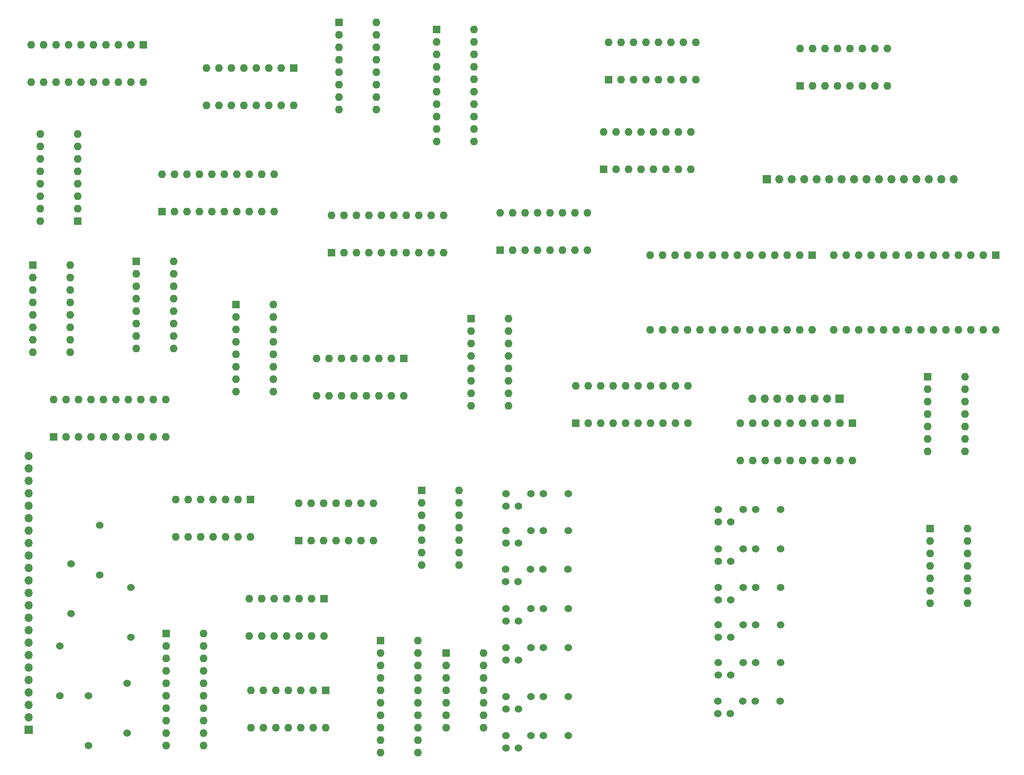
<source format=gbr>
%TF.GenerationSoftware,KiCad,Pcbnew,8.0.2-1*%
%TF.CreationDate,2024-08-04T09:43:41-04:00*%
%TF.ProjectId,stack_controller,73746163-6b5f-4636-9f6e-74726f6c6c65,rev?*%
%TF.SameCoordinates,Original*%
%TF.FileFunction,Soldermask,Top*%
%TF.FilePolarity,Negative*%
%FSLAX46Y46*%
G04 Gerber Fmt 4.6, Leading zero omitted, Abs format (unit mm)*
G04 Created by KiCad (PCBNEW 8.0.2-1) date 2024-08-04 09:43:41*
%MOMM*%
%LPD*%
G01*
G04 APERTURE LIST*
%ADD10C,1.524000*%
%ADD11R,1.600000X1.600000*%
%ADD12O,1.600000X1.600000*%
%ADD13R,1.700000X1.700000*%
%ADD14O,1.700000X1.700000*%
G04 APERTURE END LIST*
D10*
%TO.C,U40*%
X179376000Y-128268000D03*
X184456000Y-128268000D03*
X179376000Y-130808000D03*
X181916000Y-130808000D03*
X186996000Y-128268000D03*
X192076000Y-128268000D03*
%TD*%
%TO.C,U44*%
X179296000Y-159398000D03*
X184376000Y-159398000D03*
X179296000Y-161938000D03*
X181836000Y-161938000D03*
X186916000Y-159398000D03*
X191996000Y-159398000D03*
%TD*%
D11*
%TO.C,U15*%
X81052000Y-78415000D03*
D12*
X81052000Y-80955000D03*
X81052000Y-83495000D03*
X81052000Y-86035000D03*
X81052000Y-88575000D03*
X81052000Y-91115000D03*
X81052000Y-93655000D03*
X81052000Y-96195000D03*
X88672000Y-96195000D03*
X88672000Y-93655000D03*
X88672000Y-91115000D03*
X88672000Y-88575000D03*
X88672000Y-86035000D03*
X88672000Y-83495000D03*
X88672000Y-80955000D03*
X88672000Y-78415000D03*
%TD*%
D11*
%TO.C,U8*%
X62230000Y-25400000D03*
D12*
X59690000Y-25400000D03*
X57150000Y-25400000D03*
X54610000Y-25400000D03*
X52070000Y-25400000D03*
X49530000Y-25400000D03*
X46990000Y-25400000D03*
X44450000Y-25400000D03*
X41910000Y-25400000D03*
X39370000Y-25400000D03*
X39370000Y-33020000D03*
X41910000Y-33020000D03*
X44450000Y-33020000D03*
X46990000Y-33020000D03*
X49530000Y-33020000D03*
X52070000Y-33020000D03*
X54610000Y-33020000D03*
X57150000Y-33020000D03*
X59690000Y-33020000D03*
X62230000Y-33020000D03*
%TD*%
D11*
%TO.C,U11*%
X198496000Y-68321000D03*
D12*
X195956000Y-68321000D03*
X193416000Y-68321000D03*
X190876000Y-68321000D03*
X188336000Y-68321000D03*
X185796000Y-68321000D03*
X183256000Y-68321000D03*
X180716000Y-68321000D03*
X178176000Y-68321000D03*
X175636000Y-68321000D03*
X173096000Y-68321000D03*
X170556000Y-68321000D03*
X168016000Y-68321000D03*
X165476000Y-68321000D03*
X165476000Y-83561000D03*
X168016000Y-83561000D03*
X170556000Y-83561000D03*
X173096000Y-83561000D03*
X175636000Y-83561000D03*
X178176000Y-83561000D03*
X180716000Y-83561000D03*
X183256000Y-83561000D03*
X185796000Y-83561000D03*
X188336000Y-83561000D03*
X190876000Y-83561000D03*
X193416000Y-83561000D03*
X195956000Y-83561000D03*
X198496000Y-83561000D03*
%TD*%
D11*
%TO.C,U24*%
X99060000Y-138430000D03*
D12*
X96520000Y-138430000D03*
X93980000Y-138430000D03*
X91440000Y-138430000D03*
X88900000Y-138430000D03*
X86360000Y-138430000D03*
X83820000Y-138430000D03*
X83820000Y-146050000D03*
X86360000Y-146050000D03*
X88900000Y-146050000D03*
X91440000Y-146050000D03*
X93980000Y-146050000D03*
X96520000Y-146050000D03*
X99060000Y-146050000D03*
%TD*%
D11*
%TO.C,U23*%
X196088000Y-33782000D03*
D12*
X198628000Y-33782000D03*
X201168000Y-33782000D03*
X203708000Y-33782000D03*
X206248000Y-33782000D03*
X208788000Y-33782000D03*
X211328000Y-33782000D03*
X213868000Y-33782000D03*
X213868000Y-26162000D03*
X211328000Y-26162000D03*
X208788000Y-26162000D03*
X206248000Y-26162000D03*
X203708000Y-26162000D03*
X201168000Y-26162000D03*
X198628000Y-26162000D03*
X196088000Y-26162000D03*
%TD*%
D11*
%TO.C,U4*%
X60716000Y-69611000D03*
D12*
X60716000Y-72151000D03*
X60716000Y-74691000D03*
X60716000Y-77231000D03*
X60716000Y-79771000D03*
X60716000Y-82311000D03*
X60716000Y-84851000D03*
X60716000Y-87391000D03*
X68336000Y-87391000D03*
X68336000Y-84851000D03*
X68336000Y-82311000D03*
X68336000Y-79771000D03*
X68336000Y-77231000D03*
X68336000Y-74691000D03*
X68336000Y-72151000D03*
X68336000Y-69611000D03*
%TD*%
D11*
%TO.C,U10*%
X235956000Y-68321000D03*
D12*
X233416000Y-68321000D03*
X230876000Y-68321000D03*
X228336000Y-68321000D03*
X225796000Y-68321000D03*
X223256000Y-68321000D03*
X220716000Y-68321000D03*
X218176000Y-68321000D03*
X215636000Y-68321000D03*
X213096000Y-68321000D03*
X210556000Y-68321000D03*
X208016000Y-68321000D03*
X205476000Y-68321000D03*
X202936000Y-68321000D03*
X202936000Y-83561000D03*
X205476000Y-83561000D03*
X208016000Y-83561000D03*
X210556000Y-83561000D03*
X213096000Y-83561000D03*
X215636000Y-83561000D03*
X218176000Y-83561000D03*
X220716000Y-83561000D03*
X223256000Y-83561000D03*
X225796000Y-83561000D03*
X228336000Y-83561000D03*
X230876000Y-83561000D03*
X233416000Y-83561000D03*
X235956000Y-83561000D03*
%TD*%
D10*
%TO.C,U39*%
X179376000Y-120268000D03*
X184456000Y-120268000D03*
X179376000Y-122808000D03*
X181916000Y-122808000D03*
X186996000Y-120268000D03*
X192076000Y-120268000D03*
%TD*%
%TO.C,U37*%
X136104000Y-140444000D03*
X141184000Y-140444000D03*
X136104000Y-142984000D03*
X138644000Y-142984000D03*
X143724000Y-140444000D03*
X148804000Y-140444000D03*
%TD*%
D11*
%TO.C,U2*%
X92875000Y-30200000D03*
D12*
X90335000Y-30200000D03*
X87795000Y-30200000D03*
X85255000Y-30200000D03*
X82715000Y-30200000D03*
X80175000Y-30200000D03*
X77635000Y-30200000D03*
X75095000Y-30200000D03*
X75095000Y-37820000D03*
X77635000Y-37820000D03*
X80175000Y-37820000D03*
X82715000Y-37820000D03*
X85255000Y-37820000D03*
X87795000Y-37820000D03*
X90335000Y-37820000D03*
X92875000Y-37820000D03*
%TD*%
D11*
%TO.C,U25*%
X84074000Y-118200000D03*
D12*
X81534000Y-118200000D03*
X78994000Y-118200000D03*
X76454000Y-118200000D03*
X73914000Y-118200000D03*
X71374000Y-118200000D03*
X68834000Y-118200000D03*
X68834000Y-125820000D03*
X71374000Y-125820000D03*
X73914000Y-125820000D03*
X76454000Y-125820000D03*
X78994000Y-125820000D03*
X81534000Y-125820000D03*
X84074000Y-125820000D03*
%TD*%
D11*
%TO.C,U13*%
X222566000Y-124171000D03*
D12*
X222566000Y-126711000D03*
X222566000Y-129251000D03*
X222566000Y-131791000D03*
X222566000Y-134331000D03*
X222566000Y-136871000D03*
X222566000Y-139411000D03*
X230186000Y-139411000D03*
X230186000Y-136871000D03*
X230186000Y-134331000D03*
X230186000Y-131791000D03*
X230186000Y-129251000D03*
X230186000Y-126711000D03*
X230186000Y-124171000D03*
%TD*%
D11*
%TO.C,U14*%
X39634000Y-70373000D03*
D12*
X39634000Y-72913000D03*
X39634000Y-75453000D03*
X39634000Y-77993000D03*
X39634000Y-80533000D03*
X39634000Y-83073000D03*
X39634000Y-85613000D03*
X39634000Y-88153000D03*
X47254000Y-88153000D03*
X47254000Y-85613000D03*
X47254000Y-83073000D03*
X47254000Y-80533000D03*
X47254000Y-77993000D03*
X47254000Y-75453000D03*
X47254000Y-72913000D03*
X47254000Y-70373000D03*
%TD*%
D11*
%TO.C,U3*%
X48852000Y-61410000D03*
D12*
X48852000Y-58870000D03*
X48852000Y-56330000D03*
X48852000Y-53790000D03*
X48852000Y-51250000D03*
X48852000Y-48710000D03*
X48852000Y-46170000D03*
X48852000Y-43630000D03*
X41232000Y-43630000D03*
X41232000Y-46170000D03*
X41232000Y-48710000D03*
X41232000Y-51250000D03*
X41232000Y-53790000D03*
X41232000Y-56330000D03*
X41232000Y-58870000D03*
X41232000Y-61410000D03*
%TD*%
D13*
%TO.C,U5*%
X38800000Y-165197000D03*
D14*
X38800000Y-162657000D03*
X38800000Y-160117000D03*
X38800000Y-157577000D03*
X38800000Y-155037000D03*
X38800000Y-152497000D03*
X38800000Y-149957000D03*
X38800000Y-147417000D03*
X38800000Y-144877000D03*
X38800000Y-142337000D03*
X38800000Y-139797000D03*
X38800000Y-137257000D03*
X38800000Y-134717000D03*
X38800000Y-132177000D03*
X38800000Y-129637000D03*
X38800000Y-127097000D03*
X38800000Y-124557000D03*
X38800000Y-122017000D03*
X38800000Y-119477000D03*
X38800000Y-116937000D03*
X38800000Y-114397000D03*
X38800000Y-111857000D03*
X38800000Y-109317000D03*
%TD*%
D11*
%TO.C,U28*%
X93840000Y-126620000D03*
D12*
X96380000Y-126620000D03*
X98920000Y-126620000D03*
X101460000Y-126620000D03*
X104000000Y-126620000D03*
X106540000Y-126620000D03*
X109080000Y-126620000D03*
X109080000Y-119000000D03*
X106540000Y-119000000D03*
X104000000Y-119000000D03*
X101460000Y-119000000D03*
X98920000Y-119000000D03*
X96380000Y-119000000D03*
X93840000Y-119000000D03*
%TD*%
D11*
%TO.C,U1*%
X102108000Y-20828000D03*
D12*
X102108000Y-23368000D03*
X102108000Y-25908000D03*
X102108000Y-28448000D03*
X102108000Y-30988000D03*
X102108000Y-33528000D03*
X102108000Y-36068000D03*
X102108000Y-38608000D03*
X109728000Y-38608000D03*
X109728000Y-36068000D03*
X109728000Y-33528000D03*
X109728000Y-30988000D03*
X109728000Y-28448000D03*
X109728000Y-25908000D03*
X109728000Y-23368000D03*
X109728000Y-20828000D03*
%TD*%
D11*
%TO.C,U20*%
X134889000Y-67300000D03*
D12*
X137429000Y-67300000D03*
X139969000Y-67300000D03*
X142509000Y-67300000D03*
X145049000Y-67300000D03*
X147589000Y-67300000D03*
X150129000Y-67300000D03*
X152669000Y-67300000D03*
X152669000Y-59680000D03*
X150129000Y-59680000D03*
X147589000Y-59680000D03*
X145049000Y-59680000D03*
X142509000Y-59680000D03*
X139969000Y-59680000D03*
X137429000Y-59680000D03*
X134889000Y-59680000D03*
%TD*%
D11*
%TO.C,U47*%
X123890000Y-149539000D03*
D12*
X123890000Y-152079000D03*
X123890000Y-154619000D03*
X123890000Y-157159000D03*
X123890000Y-159699000D03*
X123890000Y-162239000D03*
X123890000Y-164779000D03*
X131510000Y-164779000D03*
X131510000Y-162239000D03*
X131510000Y-159699000D03*
X131510000Y-157159000D03*
X131510000Y-154619000D03*
X131510000Y-152079000D03*
X131510000Y-149539000D03*
%TD*%
D10*
%TO.C,U36*%
X136024000Y-132444000D03*
X141104000Y-132444000D03*
X136024000Y-134984000D03*
X138564000Y-134984000D03*
X143644000Y-132444000D03*
X148724000Y-132444000D03*
%TD*%
D11*
%TO.C,U6*%
X122000000Y-22300000D03*
D12*
X122000000Y-24840000D03*
X122000000Y-27380000D03*
X122000000Y-29920000D03*
X122000000Y-32460000D03*
X122000000Y-35000000D03*
X122000000Y-37540000D03*
X122000000Y-40080000D03*
X122000000Y-42620000D03*
X122000000Y-45160000D03*
X129620000Y-45160000D03*
X129620000Y-42620000D03*
X129620000Y-40080000D03*
X129620000Y-37540000D03*
X129620000Y-35000000D03*
X129620000Y-32460000D03*
X129620000Y-29920000D03*
X129620000Y-27380000D03*
X129620000Y-24840000D03*
X129620000Y-22300000D03*
%TD*%
D10*
%TO.C,U43*%
X179376000Y-151508000D03*
X184456000Y-151508000D03*
X179376000Y-154048000D03*
X181916000Y-154048000D03*
X186996000Y-151508000D03*
X192076000Y-151508000D03*
%TD*%
D11*
%TO.C,U21*%
X155971000Y-50790000D03*
D12*
X158511000Y-50790000D03*
X161051000Y-50790000D03*
X163591000Y-50790000D03*
X166131000Y-50790000D03*
X168671000Y-50790000D03*
X171211000Y-50790000D03*
X173751000Y-50790000D03*
X173751000Y-43170000D03*
X171211000Y-43170000D03*
X168671000Y-43170000D03*
X166131000Y-43170000D03*
X163591000Y-43170000D03*
X161051000Y-43170000D03*
X158511000Y-43170000D03*
X155971000Y-43170000D03*
%TD*%
D11*
%TO.C,U18*%
X43942000Y-105410000D03*
D12*
X46482000Y-105410000D03*
X49022000Y-105410000D03*
X51562000Y-105410000D03*
X54102000Y-105410000D03*
X56642000Y-105410000D03*
X59182000Y-105410000D03*
X61722000Y-105410000D03*
X64262000Y-105410000D03*
X66802000Y-105410000D03*
X66802000Y-97790000D03*
X64262000Y-97790000D03*
X61722000Y-97790000D03*
X59182000Y-97790000D03*
X56642000Y-97790000D03*
X54102000Y-97790000D03*
X51562000Y-97790000D03*
X49022000Y-97790000D03*
X46482000Y-97790000D03*
X43942000Y-97790000D03*
%TD*%
D10*
%TO.C,U45*%
X136144000Y-158396000D03*
X141224000Y-158396000D03*
X136144000Y-160936000D03*
X138684000Y-160936000D03*
X143764000Y-158396000D03*
X148844000Y-158396000D03*
%TD*%
D11*
%TO.C,U7*%
X100575000Y-67800000D03*
D12*
X103115000Y-67800000D03*
X105655000Y-67800000D03*
X108195000Y-67800000D03*
X110735000Y-67800000D03*
X113275000Y-67800000D03*
X115815000Y-67800000D03*
X118355000Y-67800000D03*
X120895000Y-67800000D03*
X123435000Y-67800000D03*
X123435000Y-60180000D03*
X120895000Y-60180000D03*
X118355000Y-60180000D03*
X115815000Y-60180000D03*
X113275000Y-60180000D03*
X110735000Y-60180000D03*
X108195000Y-60180000D03*
X105655000Y-60180000D03*
X103115000Y-60180000D03*
X100575000Y-60180000D03*
%TD*%
D13*
%TO.C,U32*%
X204099000Y-97668000D03*
D14*
X201559000Y-97668000D03*
X199019000Y-97668000D03*
X196479000Y-97668000D03*
X193939000Y-97668000D03*
X191399000Y-97668000D03*
X188859000Y-97668000D03*
X186319000Y-97668000D03*
%TD*%
D11*
%TO.C,U16*%
X115301000Y-89418000D03*
D12*
X112761000Y-89418000D03*
X110221000Y-89418000D03*
X107681000Y-89418000D03*
X105141000Y-89418000D03*
X102601000Y-89418000D03*
X100061000Y-89418000D03*
X97521000Y-89418000D03*
X97521000Y-97038000D03*
X100061000Y-97038000D03*
X102601000Y-97038000D03*
X105141000Y-97038000D03*
X107681000Y-97038000D03*
X110221000Y-97038000D03*
X112761000Y-97038000D03*
X115301000Y-97038000D03*
%TD*%
D11*
%TO.C,U31*%
X118882000Y-116375000D03*
D12*
X118882000Y-118915000D03*
X118882000Y-121455000D03*
X118882000Y-123995000D03*
X118882000Y-126535000D03*
X118882000Y-129075000D03*
X118882000Y-131615000D03*
X126502000Y-131615000D03*
X126502000Y-129075000D03*
X126502000Y-126535000D03*
X126502000Y-123995000D03*
X126502000Y-121455000D03*
X126502000Y-118915000D03*
X126502000Y-116375000D03*
%TD*%
D13*
%TO.C,U33*%
X189312500Y-52872500D03*
D14*
X191852500Y-52872500D03*
X194392500Y-52872500D03*
X196932500Y-52872500D03*
X199472500Y-52872500D03*
X202012500Y-52872500D03*
X204552500Y-52872500D03*
X207092500Y-52872500D03*
X209632500Y-52872500D03*
X212172500Y-52872500D03*
X214712500Y-52872500D03*
X217252500Y-52872500D03*
X219792500Y-52872500D03*
X222332500Y-52872500D03*
X224872500Y-52872500D03*
X227412500Y-52872500D03*
%TD*%
D10*
%TO.C,U42*%
X179376000Y-143768000D03*
X184456000Y-143768000D03*
X179376000Y-146308000D03*
X181916000Y-146308000D03*
X186996000Y-143768000D03*
X192076000Y-143768000D03*
%TD*%
%TO.C,U35*%
X136144000Y-124561500D03*
X141224000Y-124561500D03*
X136144000Y-127101500D03*
X138684000Y-127101500D03*
X143764000Y-124561500D03*
X148844000Y-124561500D03*
%TD*%
D11*
%TO.C,U9*%
X66812000Y-145542000D03*
D12*
X66812000Y-148082000D03*
X66812000Y-150622000D03*
X66812000Y-153162000D03*
X66812000Y-155702000D03*
X66812000Y-158242000D03*
X66812000Y-160782000D03*
X66812000Y-163322000D03*
X66812000Y-165862000D03*
X66812000Y-168402000D03*
X74432000Y-168402000D03*
X74432000Y-165862000D03*
X74432000Y-163322000D03*
X74432000Y-160782000D03*
X74432000Y-158242000D03*
X74432000Y-155702000D03*
X74432000Y-153162000D03*
X74432000Y-150622000D03*
X74432000Y-148082000D03*
X74432000Y-145542000D03*
%TD*%
D11*
%TO.C,U22*%
X156987000Y-32502000D03*
D12*
X159527000Y-32502000D03*
X162067000Y-32502000D03*
X164607000Y-32502000D03*
X167147000Y-32502000D03*
X169687000Y-32502000D03*
X172227000Y-32502000D03*
X174767000Y-32502000D03*
X174767000Y-24882000D03*
X172227000Y-24882000D03*
X169687000Y-24882000D03*
X167147000Y-24882000D03*
X164607000Y-24882000D03*
X162067000Y-24882000D03*
X159527000Y-24882000D03*
X156987000Y-24882000D03*
%TD*%
D11*
%TO.C,U12*%
X66040000Y-59436000D03*
D12*
X68580000Y-59436000D03*
X71120000Y-59436000D03*
X73660000Y-59436000D03*
X76200000Y-59436000D03*
X78740000Y-59436000D03*
X81280000Y-59436000D03*
X83820000Y-59436000D03*
X86360000Y-59436000D03*
X88900000Y-59436000D03*
X88900000Y-51816000D03*
X86360000Y-51816000D03*
X83820000Y-51816000D03*
X81280000Y-51816000D03*
X78740000Y-51816000D03*
X76200000Y-51816000D03*
X73660000Y-51816000D03*
X71120000Y-51816000D03*
X68580000Y-51816000D03*
X66040000Y-51816000D03*
%TD*%
D10*
%TO.C,U38*%
X136104000Y-148444000D03*
X141184000Y-148444000D03*
X136104000Y-150984000D03*
X138644000Y-150984000D03*
X143724000Y-148444000D03*
X148804000Y-148444000D03*
%TD*%
D11*
%TO.C,U17*%
X129000000Y-81300000D03*
D12*
X129000000Y-83840000D03*
X129000000Y-86380000D03*
X129000000Y-88920000D03*
X129000000Y-91460000D03*
X129000000Y-94000000D03*
X129000000Y-96540000D03*
X129000000Y-99080000D03*
X136620000Y-99080000D03*
X136620000Y-96540000D03*
X136620000Y-94000000D03*
X136620000Y-91460000D03*
X136620000Y-88920000D03*
X136620000Y-86380000D03*
X136620000Y-83840000D03*
X136620000Y-81300000D03*
%TD*%
D10*
%TO.C,U41*%
X179376000Y-136138000D03*
X184456000Y-136138000D03*
X179376000Y-138678000D03*
X181916000Y-138678000D03*
X186996000Y-136138000D03*
X192076000Y-136138000D03*
%TD*%
D11*
%TO.C,U29*%
X206679000Y-102668000D03*
D12*
X204139000Y-102668000D03*
X201599000Y-102668000D03*
X199059000Y-102668000D03*
X196519000Y-102668000D03*
X193979000Y-102668000D03*
X191439000Y-102668000D03*
X188899000Y-102668000D03*
X186359000Y-102668000D03*
X183819000Y-102668000D03*
X183819000Y-110288000D03*
X186359000Y-110288000D03*
X188899000Y-110288000D03*
X191439000Y-110288000D03*
X193979000Y-110288000D03*
X196519000Y-110288000D03*
X199059000Y-110288000D03*
X201599000Y-110288000D03*
X204139000Y-110288000D03*
X206679000Y-110288000D03*
%TD*%
D10*
%TO.C,U46*%
X136144000Y-166396000D03*
X141224000Y-166396000D03*
X136144000Y-168936000D03*
X138684000Y-168936000D03*
X143764000Y-166396000D03*
X148844000Y-166396000D03*
%TD*%
%TO.C,U34*%
X136144000Y-116994000D03*
X141224000Y-116994000D03*
X136144000Y-119534000D03*
X138684000Y-119534000D03*
X143764000Y-116994000D03*
X148844000Y-116994000D03*
%TD*%
D11*
%TO.C,U19*%
X222058000Y-93183000D03*
D12*
X222058000Y-95723000D03*
X222058000Y-98263000D03*
X222058000Y-100803000D03*
X222058000Y-103343000D03*
X222058000Y-105883000D03*
X222058000Y-108423000D03*
X229678000Y-108423000D03*
X229678000Y-105883000D03*
X229678000Y-103343000D03*
X229678000Y-100803000D03*
X229678000Y-98263000D03*
X229678000Y-95723000D03*
X229678000Y-93183000D03*
%TD*%
D11*
%TO.C,U30*%
X150368000Y-102616000D03*
D12*
X152908000Y-102616000D03*
X155448000Y-102616000D03*
X157988000Y-102616000D03*
X160528000Y-102616000D03*
X163068000Y-102616000D03*
X165608000Y-102616000D03*
X168148000Y-102616000D03*
X170688000Y-102616000D03*
X173228000Y-102616000D03*
X173228000Y-94996000D03*
X170688000Y-94996000D03*
X168148000Y-94996000D03*
X165608000Y-94996000D03*
X163068000Y-94996000D03*
X160528000Y-94996000D03*
X157988000Y-94996000D03*
X155448000Y-94996000D03*
X152908000Y-94996000D03*
X150368000Y-94996000D03*
%TD*%
D11*
%TO.C,U26*%
X110570000Y-147004000D03*
D12*
X110570000Y-149544000D03*
X110570000Y-152084000D03*
X110570000Y-154624000D03*
X110570000Y-157164000D03*
X110570000Y-159704000D03*
X110570000Y-162244000D03*
X110570000Y-164784000D03*
X110570000Y-167324000D03*
X110570000Y-169864000D03*
X118190000Y-169864000D03*
X118190000Y-167324000D03*
X118190000Y-164784000D03*
X118190000Y-162244000D03*
X118190000Y-159704000D03*
X118190000Y-157164000D03*
X118190000Y-154624000D03*
X118190000Y-152084000D03*
X118190000Y-149544000D03*
X118190000Y-147004000D03*
%TD*%
D11*
%TO.C,U27*%
X99319000Y-157200000D03*
D12*
X96779000Y-157200000D03*
X94239000Y-157200000D03*
X91699000Y-157200000D03*
X89159000Y-157200000D03*
X86619000Y-157200000D03*
X84079000Y-157200000D03*
X84079000Y-164820000D03*
X86619000Y-164820000D03*
X89159000Y-164820000D03*
X91699000Y-164820000D03*
X94239000Y-164820000D03*
X96779000Y-164820000D03*
X99319000Y-164820000D03*
%TD*%
D10*
%TO.C,R3*%
X59690000Y-146304000D03*
X59690000Y-136144000D03*
%TD*%
%TO.C,R5*%
X58928000Y-155702000D03*
X58928000Y-165862000D03*
%TD*%
%TO.C,R2*%
X51054000Y-158242000D03*
X51054000Y-168402000D03*
%TD*%
%TO.C,R6*%
X53340000Y-123444000D03*
X53340000Y-133604000D03*
%TD*%
%TO.C,R1*%
X45212000Y-148082000D03*
X45212000Y-158242000D03*
%TD*%
%TO.C,R4*%
X47498000Y-131318000D03*
X47498000Y-141478000D03*
%TD*%
M02*

</source>
